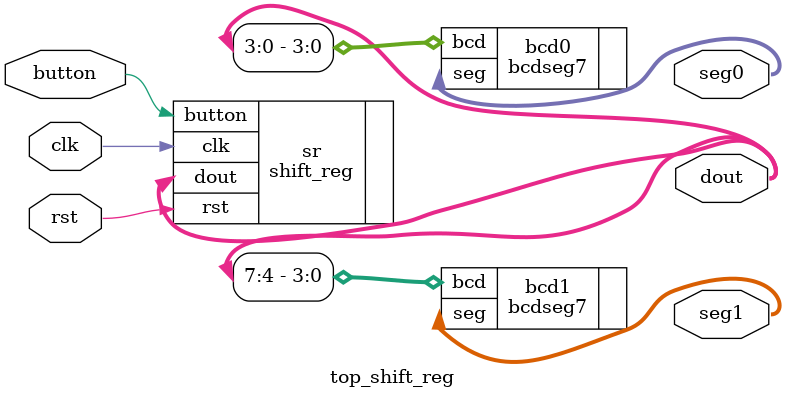
<source format=v>
module top_shift_reg(
	//input [7:0] din,
	input rst,
	input clk,
	input button,
	output reg [7:0] dout,
	output reg [6:0] seg0,
	output reg [6:0] seg1
);
	//assign dout = 8'b00001101;
	shift_reg sr(
		//.din(din),
		.rst(rst),
		.clk(clk),
		.button(button),
		.dout(dout)
	);
	bcdseg7 bcd0(
		.bcd(dout[3:0]),
		.seg(seg0)
	);
	bcdseg7 bcd1(
		.bcd(dout[7:4]),
		.seg(seg1)
	);

endmodule

</source>
